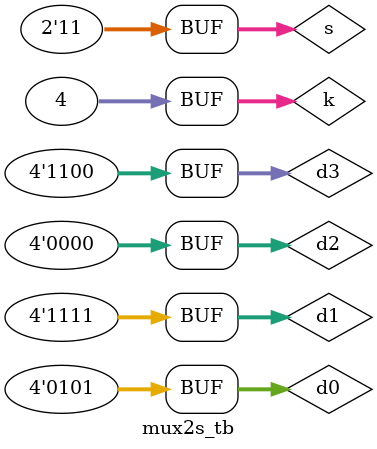
<source format=v>
module dec_2to4(
	input [1:0] s,
	output reg [3:0] o
);

always @(*) begin
	if (s == 2'b00)
		o = 4'b0001;
	else if (s == 2'b01)
		o = 4'b0010;
	else if (s == 2'b10)
		o = 4'b0100;
	else
		o = 4'b1000;
end

endmodule

module mux_2s #(
	parameter w = 4
)(
	input [w - 1: 0] d0, d1, d2, d3,
	input [1:0] s,
	output [w - 1: 0] o
);

wire [3:0] o_en;

dec_2to4 decoder(
	.s(s),
	.o(o_en)
);

assign o = (o_en[0]) ? d0 : {w{1'bz}};
assign o = (o_en[1]) ? d1 : {w{1'bz}};
assign o = (o_en[2]) ? d2 : {w{1'bz}};
assign o = (o_en[3]) ? d3 : {w{1'bz}};

endmodule

module mux2s_tb;
	reg [1:0] s;
	reg [3:0] d0, d1, d2, d3;
	wire [3:0] o;

	mux_2s #(
	) dut(
		.d0(d0),
		.d1(d1),
		.d2(d2),
		.d3(d3),
		.s(s),
		.o(o)
	);
	
	integer k;
	initial begin
		d0 = 4'b0101;
		d1 = 4'b1111;
		d2 = 4'b0000;
		d3 = 4'b1100;
		
		$display("Time\td0\td1\td2\td3\ts\to");
		$monitor("%0t\t%b\t%b\t%b\t%b\t%b\t%b", $time, d0, d1, d2, d3, s, o);
		s = 2'b00;
		for (k = 1; k < 4; k = k + 1)
			#10 s = k;
	end
endmodule
</source>
